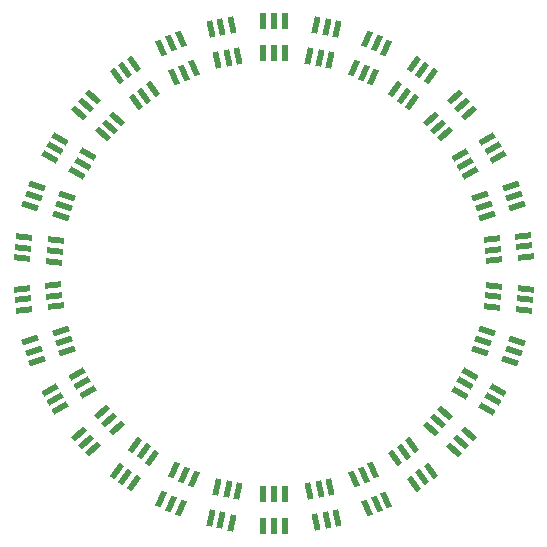
<source format=gbp>
G04*
G04 #@! TF.GenerationSoftware,Altium Limited,Altium Designer,20.0.9 (164)*
G04*
G04 Layer_Color=128*
%FSLAX25Y25*%
%MOIN*%
G70*
G01*
G75*
G04:AMPARAMS|DCode=67|XSize=55.12mil|YSize=19.68mil|CornerRadius=0mil|HoleSize=0mil|Usage=FLASHONLY|Rotation=198.000|XOffset=0mil|YOffset=0mil|HoleType=Round|Shape=Rectangle|*
%AMROTATEDRECTD67*
4,1,4,0.02317,0.01788,0.02925,-0.00084,-0.02317,-0.01788,-0.02925,0.00084,0.02317,0.01788,0.0*
%
%ADD67ROTATEDRECTD67*%

G04:AMPARAMS|DCode=68|XSize=55.12mil|YSize=19.68mil|CornerRadius=0mil|HoleSize=0mil|Usage=FLASHONLY|Rotation=210.000|XOffset=0mil|YOffset=0mil|HoleType=Round|Shape=Rectangle|*
%AMROTATEDRECTD68*
4,1,4,0.01895,0.02230,0.02879,0.00526,-0.01895,-0.02230,-0.02879,-0.00526,0.01895,0.02230,0.0*
%
%ADD68ROTATEDRECTD68*%

G04:AMPARAMS|DCode=69|XSize=55.12mil|YSize=19.68mil|CornerRadius=0mil|HoleSize=0mil|Usage=FLASHONLY|Rotation=222.000|XOffset=0mil|YOffset=0mil|HoleType=Round|Shape=Rectangle|*
%AMROTATEDRECTD69*
4,1,4,0.01390,0.02576,0.02707,0.01113,-0.01390,-0.02576,-0.02707,-0.01113,0.01390,0.02576,0.0*
%
%ADD69ROTATEDRECTD69*%

G04:AMPARAMS|DCode=70|XSize=55.12mil|YSize=19.68mil|CornerRadius=0mil|HoleSize=0mil|Usage=FLASHONLY|Rotation=234.000|XOffset=0mil|YOffset=0mil|HoleType=Round|Shape=Rectangle|*
%AMROTATEDRECTD70*
4,1,4,0.00824,0.02808,0.02416,0.01651,-0.00824,-0.02808,-0.02416,-0.01651,0.00824,0.02808,0.0*
%
%ADD70ROTATEDRECTD70*%

G04:AMPARAMS|DCode=71|XSize=55.12mil|YSize=19.68mil|CornerRadius=0mil|HoleSize=0mil|Usage=FLASHONLY|Rotation=246.000|XOffset=0mil|YOffset=0mil|HoleType=Round|Shape=Rectangle|*
%AMROTATEDRECTD71*
4,1,4,0.00222,0.02918,0.02020,0.02117,-0.00222,-0.02918,-0.02020,-0.02117,0.00222,0.02918,0.0*
%
%ADD71ROTATEDRECTD71*%

G04:AMPARAMS|DCode=72|XSize=55.12mil|YSize=19.68mil|CornerRadius=0mil|HoleSize=0mil|Usage=FLASHONLY|Rotation=258.000|XOffset=0mil|YOffset=0mil|HoleType=Round|Shape=Rectangle|*
%AMROTATEDRECTD72*
4,1,4,-0.00390,0.02900,0.01536,0.02491,0.00390,-0.02900,-0.01536,-0.02491,-0.00390,0.02900,0.0*
%
%ADD72ROTATEDRECTD72*%

G04:AMPARAMS|DCode=73|XSize=55.12mil|YSize=19.68mil|CornerRadius=0mil|HoleSize=0mil|Usage=FLASHONLY|Rotation=126.000|XOffset=0mil|YOffset=0mil|HoleType=Round|Shape=Rectangle|*
%AMROTATEDRECTD73*
4,1,4,0.02416,-0.01651,0.00824,-0.02808,-0.02416,0.01651,-0.00824,0.02808,0.02416,-0.01651,0.0*
%
%ADD73ROTATEDRECTD73*%

G04:AMPARAMS|DCode=74|XSize=55.12mil|YSize=19.68mil|CornerRadius=0mil|HoleSize=0mil|Usage=FLASHONLY|Rotation=138.000|XOffset=0mil|YOffset=0mil|HoleType=Round|Shape=Rectangle|*
%AMROTATEDRECTD74*
4,1,4,0.02707,-0.01113,0.01390,-0.02576,-0.02707,0.01113,-0.01390,0.02576,0.02707,-0.01113,0.0*
%
%ADD74ROTATEDRECTD74*%

G04:AMPARAMS|DCode=75|XSize=55.12mil|YSize=19.68mil|CornerRadius=0mil|HoleSize=0mil|Usage=FLASHONLY|Rotation=150.000|XOffset=0mil|YOffset=0mil|HoleType=Round|Shape=Rectangle|*
%AMROTATEDRECTD75*
4,1,4,0.02879,-0.00526,0.01895,-0.02230,-0.02879,0.00526,-0.01895,0.02230,0.02879,-0.00526,0.0*
%
%ADD75ROTATEDRECTD75*%

G04:AMPARAMS|DCode=76|XSize=55.12mil|YSize=19.68mil|CornerRadius=0mil|HoleSize=0mil|Usage=FLASHONLY|Rotation=162.000|XOffset=0mil|YOffset=0mil|HoleType=Round|Shape=Rectangle|*
%AMROTATEDRECTD76*
4,1,4,0.02925,0.00084,0.02317,-0.01788,-0.02925,-0.00084,-0.02317,0.01788,0.02925,0.00084,0.0*
%
%ADD76ROTATEDRECTD76*%

G04:AMPARAMS|DCode=77|XSize=55.12mil|YSize=19.68mil|CornerRadius=0mil|HoleSize=0mil|Usage=FLASHONLY|Rotation=174.000|XOffset=0mil|YOffset=0mil|HoleType=Round|Shape=Rectangle|*
%AMROTATEDRECTD77*
4,1,4,0.02844,0.00691,0.02638,-0.01267,-0.02844,-0.00691,-0.02638,0.01267,0.02844,0.00691,0.0*
%
%ADD77ROTATEDRECTD77*%

G04:AMPARAMS|DCode=78|XSize=55.12mil|YSize=19.68mil|CornerRadius=0mil|HoleSize=0mil|Usage=FLASHONLY|Rotation=186.000|XOffset=0mil|YOffset=0mil|HoleType=Round|Shape=Rectangle|*
%AMROTATEDRECTD78*
4,1,4,0.02638,0.01267,0.02844,-0.00691,-0.02638,-0.01267,-0.02844,0.00691,0.02638,0.01267,0.0*
%
%ADD78ROTATEDRECTD78*%

%ADD79R,0.01968X0.05512*%
G04:AMPARAMS|DCode=80|XSize=55.12mil|YSize=19.68mil|CornerRadius=0mil|HoleSize=0mil|Usage=FLASHONLY|Rotation=102.000|XOffset=0mil|YOffset=0mil|HoleType=Round|Shape=Rectangle|*
%AMROTATEDRECTD80*
4,1,4,0.01536,-0.02491,-0.00390,-0.02900,-0.01536,0.02491,0.00390,0.02900,0.01536,-0.02491,0.0*
%
%ADD80ROTATEDRECTD80*%

G04:AMPARAMS|DCode=81|XSize=55.12mil|YSize=19.68mil|CornerRadius=0mil|HoleSize=0mil|Usage=FLASHONLY|Rotation=114.000|XOffset=0mil|YOffset=0mil|HoleType=Round|Shape=Rectangle|*
%AMROTATEDRECTD81*
4,1,4,0.02020,-0.02117,0.00222,-0.02918,-0.02020,0.02117,-0.00222,0.02918,0.02020,-0.02117,0.0*
%
%ADD81ROTATEDRECTD81*%

D67*
X401991Y428044D02*
D03*
X403086Y424674D02*
D03*
X391882Y424759D02*
D03*
X392977Y421389D02*
D03*
X404181Y421304D02*
D03*
X394072Y418019D02*
D03*
X251991Y379914D02*
D03*
X241882Y376629D02*
D03*
X253086Y376544D02*
D03*
X254181Y373174D02*
D03*
X242977Y373259D02*
D03*
X244072Y369889D02*
D03*
D68*
X388507Y432365D02*
D03*
X397713Y437679D02*
D03*
X386736Y435433D02*
D03*
X384964Y438502D02*
D03*
X395941Y440748D02*
D03*
X394170Y443817D02*
D03*
X251795Y354018D02*
D03*
X250023Y357087D02*
D03*
X261000Y359333D02*
D03*
X259229Y362402D02*
D03*
X248251Y360155D02*
D03*
X257457Y365470D02*
D03*
D69*
X383272Y457666D02*
D03*
X385643Y455033D02*
D03*
X375372Y450553D02*
D03*
X377743Y447920D02*
D03*
X388014Y452400D02*
D03*
X380114Y445287D02*
D03*
X265850Y352646D02*
D03*
X257951Y345533D02*
D03*
X268221Y350013D02*
D03*
X270592Y347380D02*
D03*
X260322Y342900D02*
D03*
X262693Y340267D02*
D03*
D70*
X369132Y456117D02*
D03*
X375380Y464717D02*
D03*
X366266Y458200D02*
D03*
X363399Y460283D02*
D03*
X372514Y466800D02*
D03*
X369647Y468883D02*
D03*
X276317Y328952D02*
D03*
X273451Y331035D02*
D03*
X282565Y337552D02*
D03*
X279699Y339634D02*
D03*
X270584Y333118D02*
D03*
X276832Y341717D02*
D03*
D71*
X354043Y477064D02*
D03*
X357280Y475623D02*
D03*
X349719Y467353D02*
D03*
X352956Y465912D02*
D03*
X360517Y474182D02*
D03*
X356193Y464471D02*
D03*
X289771Y333364D02*
D03*
X285448Y323653D02*
D03*
X293008Y331922D02*
D03*
X296245Y330481D02*
D03*
X288685Y322212D02*
D03*
X291922Y320770D02*
D03*
D72*
X341829Y470049D02*
D03*
X344039Y480446D02*
D03*
X338364Y470785D02*
D03*
X334898Y471522D02*
D03*
X340574Y481183D02*
D03*
X337108Y481920D02*
D03*
X308955Y315915D02*
D03*
X305489Y316652D02*
D03*
X311165Y326312D02*
D03*
X307699Y327049D02*
D03*
X302024Y317388D02*
D03*
X304234Y327786D02*
D03*
D73*
X375380Y333019D02*
D03*
X372514Y330936D02*
D03*
X369132Y341619D02*
D03*
X366266Y339536D02*
D03*
X369647Y328854D02*
D03*
X363399Y337453D02*
D03*
X282664Y460283D02*
D03*
X276416Y468883D02*
D03*
X279797Y458200D02*
D03*
X276931Y456117D02*
D03*
X273549Y466800D02*
D03*
X270683Y464717D02*
D03*
D74*
X375274Y347183D02*
D03*
X383173Y340070D02*
D03*
X377645Y349816D02*
D03*
X380016Y352449D02*
D03*
X385544Y342703D02*
D03*
X387915Y345337D02*
D03*
X258148Y452400D02*
D03*
X260519Y455033D02*
D03*
X266047Y445287D02*
D03*
X268418Y447920D02*
D03*
X262890Y457666D02*
D03*
X270789Y450553D02*
D03*
D75*
X397713Y360057D02*
D03*
X395941Y356988D02*
D03*
X388507Y365372D02*
D03*
X386736Y362303D02*
D03*
X394170Y353920D02*
D03*
X384964Y359234D02*
D03*
X261099Y438600D02*
D03*
X251893Y443915D02*
D03*
X259327Y435532D02*
D03*
X257556Y432463D02*
D03*
X250121Y440846D02*
D03*
X248350Y437778D02*
D03*
D76*
X391783Y372977D02*
D03*
X401893Y369692D02*
D03*
X392878Y376347D02*
D03*
X393973Y379717D02*
D03*
X402988Y373062D02*
D03*
X404083Y376432D02*
D03*
X241882Y421402D02*
D03*
X242977Y424772D02*
D03*
X251991Y418118D02*
D03*
X253086Y421488D02*
D03*
X244072Y428142D02*
D03*
X254181Y424857D02*
D03*
D77*
X407034Y393815D02*
D03*
X406664Y390291D02*
D03*
X396462Y394926D02*
D03*
X396092Y391402D02*
D03*
X406293Y386767D02*
D03*
X395722Y387878D02*
D03*
X250341Y409957D02*
D03*
X239770Y411068D02*
D03*
X249971Y406433D02*
D03*
X249601Y402909D02*
D03*
X239399Y407544D02*
D03*
X239029Y404020D02*
D03*
D78*
X396364Y403302D02*
D03*
X406936Y404414D02*
D03*
X395994Y406826D02*
D03*
X395623Y410350D02*
D03*
X406565Y407937D02*
D03*
X406195Y411461D02*
D03*
X239671Y386865D02*
D03*
X239301Y390389D02*
D03*
X250243Y387977D02*
D03*
X249872Y391500D02*
D03*
X238930Y393913D02*
D03*
X249502Y395024D02*
D03*
D79*
X319488Y325492D02*
D03*
Y314862D02*
D03*
X323031Y325492D02*
D03*
X326575D02*
D03*
X323031Y314862D02*
D03*
X326575D02*
D03*
X319488Y482972D02*
D03*
X323031D02*
D03*
X319488Y472342D02*
D03*
X323031D02*
D03*
X326575Y482972D02*
D03*
Y472342D02*
D03*
D80*
X344039Y317487D02*
D03*
X340574Y316750D02*
D03*
X341829Y327884D02*
D03*
X338364Y327148D02*
D03*
X337108Y316013D02*
D03*
X334898Y326411D02*
D03*
X311165Y471424D02*
D03*
X308955Y481821D02*
D03*
X307699Y470687D02*
D03*
X304234Y469950D02*
D03*
X305489Y481085D02*
D03*
X302024Y480348D02*
D03*
D81*
X349719Y330383D02*
D03*
X354043Y320672D02*
D03*
X352956Y331824D02*
D03*
X356193Y333265D02*
D03*
X357280Y322113D02*
D03*
X360517Y323554D02*
D03*
X285546Y474182D02*
D03*
X288783Y475623D02*
D03*
X289870Y464471D02*
D03*
X293107Y465912D02*
D03*
X292020Y477064D02*
D03*
X296344Y467353D02*
D03*
M02*

</source>
